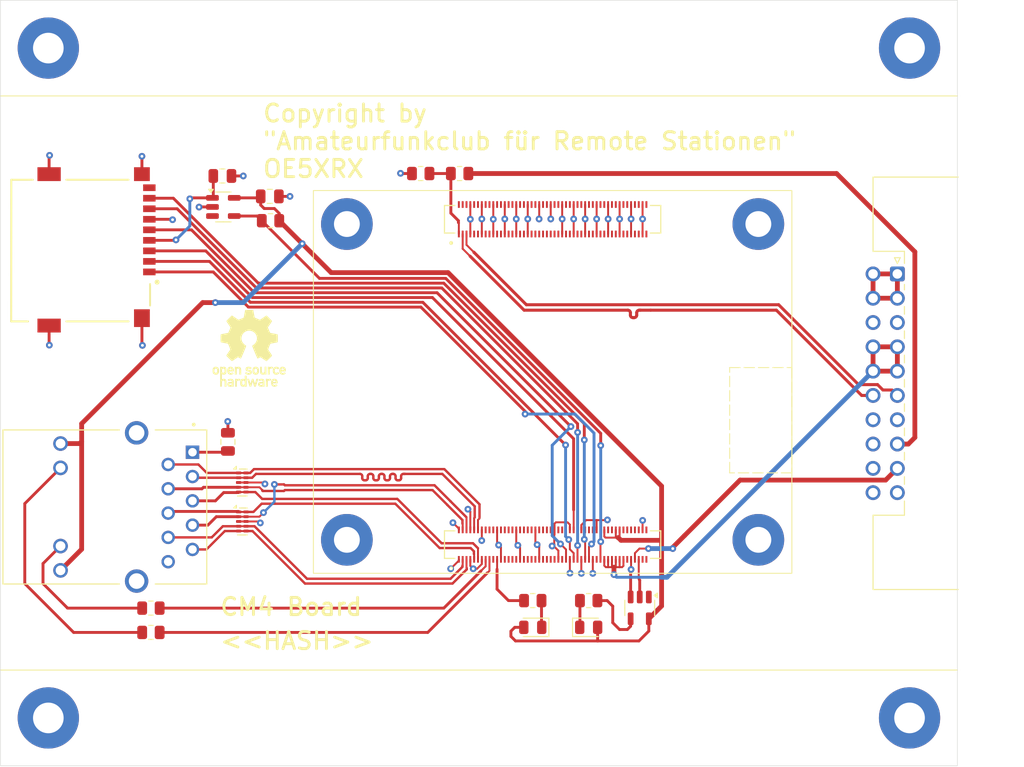
<source format=kicad_pcb>
(kicad_pcb (version 20240108) (generator "pcbnew") (generator_version "8.0")
  (layers (0 "F.Cu" signal) (1 "In1.Cu" power) (2 "In2.Cu" power) (31 "B.Cu" signal) (34 "B.Paste" user) (35 "F.Paste" user) (36 "B.SilkS" user "B.Silkscreen") (37 "F.SilkS" user "F.Silkscreen") (38 "B.Mask" user) (39 "F.Mask" user) (44 "Edge.Cuts" user))
  (net 0 "")
  (net 1 "GND")
  (net 2 "+3V3")
  (net 3 "Net-(U201-Y)")
  (net 4 "/CM4-Board/SD_PWR_ON")
  (net 5 "/MicroSD/SD_PWR")
  (net 6 "Net-(J301-P1)")
  (net 7 "Net-(D201-K)")
  (net 8 "Net-(D202-K)")
  (net 9 "/nRPIBOOT")
  (net 10 "/USB+")
  (net 11 "/USB_OTG_ID")
  (net 12 "/USB-")
  (net 13 "+5V")
  (net 15 "+12V")
  (net 16 "Net-(J301-Pad12)")
  (net 17 "Net-(J301-Pad13)")
  (net 18 "/CM4-Board/LED_nACTIVITY")
  (net 19 "/CM4-Board/USB_OTG")
  (net 20 "/CM4-Board/ETH_GREEN")
  (net 21 "/CM4-Board/ETH_YELLOW")
  (net 22 "/CM4-Board/TRD0-")
  (net 23 "/CM4-Board/TRD2+")
  (net 24 "/CM4-Board/TRD1-")
  (net 25 "/CM4-Board/TRD3+")
  (net 26 "/CM4-Board/TRD3-")
  (net 27 "/CM4-Board/TRD1+")
  (net 28 "/CM4-Board/TRD0+")
  (net 29 "/CM4-Board/TRD2-")
  (net 31 "/CM4-Board/LED_nPWR")
  (net 34 "/CM4-Board/SD_CLK")
  (net 36 "/CM4-Board/SD_DATA0")
  (net 41 "/CM4-Board/SD_DATA1")
  (net 52 "/CM4-Board/SD_CMD")
  (net 60 "/CM4-Board/SD_DATA2")
  (net 84 "/CM4-Board/SD_DATA3")
  (footprint "PRJ:HIROSE_DF40C-100DS-0.4V_51_" (layer "F.Cu") (at 150.922 68.682 180)
    (property "Reference" "J202" (hide yes))
    (property "Value" "DF40C-100DS-0.4V_51_" (hide yes))
  )
  (footprint "MountingHole:MountingHole_3.2mm_M3_Pad" (layer "F.Cu") (at 188.222 50.794)
    (property "Reference" "REF**" (hide yes))
    (property "Value" "MountingHole_3.2mm_M3_Pad" (hide yes))
  )
  (footprint "Resistor_SMD:R_0805_2012Metric" (layer "F.Cu") (at 137.1367 63.9042 180)
    (property "Reference" "R203" (hide yes))
    (property "Value" "2k2" (hide yes))
  )
  (footprint "PRJ:HIROSE_DF40C-100DS-0.4V_51_" (layer "F.Cu") (at 150.922 102.682 180)
    (property "Reference" "J201" (hide yes))
    (property "Value" "DF40C-100DS-0.4V_51_" (hide yes))
  )
  (footprint "PRJ:PCN10C-20S-2.54DS" (layer "F.Cu") (at 186.948 74.394 -90)
    (property "Reference" "J101" (hide yes))
    (property "Value" "Conn_02x10_Row_Letter_First" (hide yes))
  )
  (footprint "MountingHole:MountingHole_2.7mm_M2.5_Pad" (layer "F.Cu") (at 172.422 69.182)
    (property "Reference" "REF**" (hide yes))
    (property "Value" "MountingHole_2.7mm_M2.5_Pad" (hide yes))
  )
  (footprint "Package_SON:USON-10_2.5x1.0mm_P0.5mm" (layer "F.Cu") (at 118.499 100.264)
    (property "Reference" "U301" (hide yes))
    (property "Value" "TPD4EUSB30" (hide yes))
  )
  (footprint "Resistor_SMD:R_0805_2012Metric" (layer "F.Cu") (at 108.9427 109.3194)
    (property "Reference" "R302" (hide yes))
    (property "Value" "470" (hide yes))
  )
  (footprint "Capacitor_SMD:C_0805_2012Metric" (layer "F.Cu") (at 121.3652 66.2918)
    (property "Reference" "C401" (hide yes))
    (property "Value" "100n" (hide yes))
  )
  (footprint "MountingHole:MountingHole_2.7mm_M2.5_Pad" (layer "F.Cu") (at 129.422 102.182)
    (property "Reference" "REF**" (hide yes))
    (property "Value" "MountingHole_2.7mm_M2.5_Pad" (hide yes))
  )
  (footprint "MountingHole:MountingHole_3.2mm_M3_Pad" (layer "F.Cu") (at 98.222 50.794)
    (property "Reference" "REF**" (hide yes))
    (property "Value" "MountingHole_3.2mm_M3_Pad" (hide yes))
  )
  (footprint "Resistor_SMD:R_0805_2012Metric" (layer "F.Cu") (at 141.2007 63.9042 180)
    (property "Reference" "R202" (hide yes))
    (property "Value" "2k2" (hide yes))
  )
  (footprint "MountingHole:MountingHole_2.7mm_M2.5_Pad" (layer "F.Cu") (at 172.422 102.182)
    (property "Reference" "REF**" (hide yes))
    (property "Value" "MountingHole_2.7mm_M2.5_Pad" (hide yes))
  )
  (footprint "PRJ:TF-01A" (layer "F.Cu") (at 101.604 71.956 -90)
    (property "Reference" "MICRO_SD401" (hide yes))
    (property "Value" "TF-01A" (hide yes))
  )
  (footprint "LED_SMD:LED_0805_2012Metric" (layer "F.Cu") (at 154.69 111.326)
    (property "Reference" "D202" (hide yes))
    (property "Value" "LED" (hide yes))
  )
  (footprint "Package_TO_SOT_SMD:SOT-23-5" (layer "F.Cu") (at 160.024 109.294 -90)
    (property "Reference" "U201" (hide yes))
    (property "Value" "SN74LV1T34DBV" (hide yes))
  )
  (footprint "Resistor_SMD:R_0805_2012Metric" (layer "F.Cu") (at 148.848 108.532 180)
    (property "Reference" "R201" (hide yes))
    (property "Value" "1k" (hide yes))
  )
  (footprint "LED_SMD:LED_0805_2012Metric" (layer "F.Cu") (at 148.848 111.326 180)
    (property "Reference" "D201" (hide yes))
    (property "Value" "LED" (hide yes))
  )
  (footprint "PRJ:HANRUN_HR911130A" (layer "F.Cu") (at 104.398 98.748 90)
    (property "Reference" "J301" (hide yes))
    (property "Value" "HR911130A" (hide yes))
  )
  (footprint "MountingHole:MountingHole_2.7mm_M2.5_Pad" (layer "F.Cu") (at 129.422 69.182)
    (property "Reference" "REF**" (hide yes))
    (property "Value" "MountingHole_2.7mm_M2.5_Pad" (hide yes))
  )
  (footprint "Package_SON:USON-10_2.5x1.0mm_P0.5mm" (layer "F.Cu") (at 118.491 96.192)
    (property "Reference" "U302" (hide yes))
    (property "Value" "TPD4EUSB30" (hide yes))
  )
  (footprint "Symbol:OSHW-Logo_7.5x8mm_SilkScreen" (layer "F.Cu") (at 119.2062 82.1668)
    (property "Reference" "#SYM101" (hide yes))
    (property "Value" "OSHW-Logo_7.5x8mm_SilkScreen" (hide yes))
  )
  (footprint "Resistor_SMD:R_0805_2012Metric" (layer "F.Cu") (at 121.4414 68.8318 180)
    (property "Reference" "R401" (hide yes))
    (property "Value" "12k" (hide yes))
  )
  (footprint "Resistor_SMD:R_0805_2012Metric" (layer "F.Cu") (at 108.9427 111.8594 180)
    (property "Reference" "R301" (hide yes))
    (property "Value" "470" (hide yes))
  )
  (footprint "MountingHole:MountingHole_3.2mm_M3_Pad" (layer "F.Cu") (at 188.222 120.794)
    (property "Reference" "REF**" (hide yes))
    (property "Value" "MountingHole_3.2mm_M3_Pad" (hide yes))
  )
  (footprint "Capacitor_SMD:C_0805_2012Metric" (layer "F.Cu") (at 116.99 91.946 -90)
    (property "Reference" "C301" (hide yes))
    (property "Value" "100n" (hide yes))
  )
  (footprint "MountingHole:MountingHole_3.2mm_M3_Pad" (layer "F.Cu") (at 98.222 120.794)
    (property "Reference" "REF**" (hide yes))
    (property "Value" "MountingHole_3.2mm_M3_Pad" (hide yes))
  )
  (footprint "Package_TO_SOT_SMD:TSOT-23-5" (layer "F.Cu") (at 116.5138 67.3953)
    (property "Reference" "U401" (hide yes))
    (property "Value" "RT9742GGJ5" (hide yes))
  )
  (footprint "Capacitor_SMD:C_0805_2012Metric" (layer "F.Cu") (at 116.4122 64.1582)
    (property "Reference" "C402" (hide yes))
    (property "Value" "100n" (hide yes))
  )
  (footprint "Resistor_SMD:R_0805_2012Metric" (layer "F.Cu") (at 154.69 108.532)
    (property "Reference" "R204" (hide yes))
    (property "Value" "1k" (hide yes))
  )
  (gr_rect (start 169.422 84.182) (end 175.922 95.182) (stroke (width 0.1) (type dash)) (fill solid) (layer "F.SilkS"))
  (gr_line (start 93.222 115.794) (end 193.222 115.794) (stroke (width 0.1)) (layer "F.SilkS"))
  (gr_line (start 93.222 55.794) (end 193.222 55.794) (stroke (width 0.1)) (layer "F.SilkS"))
  (gr_rect (start 125.922 65.682) (end 175.922 105.682) (stroke (width 0.1)) (fill none) (layer "F.SilkS"))
  (gr_rect (start 93.222 45.794) (end 193.222 125.794) (stroke (width 0.05)) (fill none) (layer "Edge.Cuts"))
  (gr_text "Copyright by\n{dblquote}Amateurfunkclub für Remote Stationen{dblquote}\nOE5XRX" (at 120.5016 64.463 0) (layer "F.SilkS") (effects (font (size 1.8 1.8) (thickness 0.3) (bold yes)) (justify left bottom)))
  (gr_text "<<HASH>>" (at 116.0312 113.7898 0) (layer "F.SilkS") (effects (font (size 1.8 1.8) (thickness 0.3) (bold yes)) (justify left bottom)))
  (gr_text "CM4 Board" (at 116.0312 110.2338 0) (layer "F.SilkS") (effects (font (size 1.8 1.8) (thickness 0.3) (bold yes)) (justify left bottom)))
  (segment (start 155.5282 100.1246) (end 155.8894 100.1246) (width 0.2) (layer "F.Cu") (net 1))
  (segment (start 98.304 63.9674) (end 98.304 62.048) (width 0.3) (layer "F.Cu") (net 1))
  (segment (start 151.0936 102.883039) (end 151.0936 102.6646) (width 0.2) (layer "F.Cu") (net 1))
  (segment (start 159.122 105.2808) (end 159.122 104.222) (width 0.2) (layer "F.Cu") (net 1))
  (segment (start 152.722 105.6496) (end 152.7342 105.6618) (width 0.2) (layer "F.Cu") (net 1))
  (segment (start 147.522 104.222) (end 147.522 102.9896) (width 0.2) (layer "F.Cu") (net 1))
  (segment (start 149.522 104.222) (end 149.522 102.9068) (width 0.2) (layer "F.Cu") (net 1))
  (segment (start 160.322 101.142) (end 160.322 100.1568) (width 0.2) (layer "F.Cu") (net 1))
  (segment (start 108.004 63.9674) (end 108.004 62.1016) (width 0.3) (layer "F.Cu") (net 1))
  (segment (start 143.522 101.142) (end 143.522 102.2502) (width 0.2) (layer "F.Cu") (net 1))
  (segment (start 108.004 79.0172) (end 108.004 81.8104) (width 0.3) (layer "F.Cu") (net 1))
  (segment (start 111.1608 68.6858) (end 111.2052 68.7302) (width 0.3) (layer "F.Cu") (net 1))
  (segment (start 149.522 68.6404) (end 149.5084 68.654) (width 0.2) (layer "F.Cu") (net 1))
  (segment (start 155.522 67.142) (end 155.522 70.222) (width 0.2) (layer "F.Cu") (net 1))
  (segment (start 154.322 67.142) (end 154.322 70.222) (width 0.2) (layer "F.Cu") (net 1))
  (segment (start 149.522 67.142) (end 149.522 68.6404) (width 0.2) (layer "F.Cu") (net 1))
  (segment (start 160.322 100.1568) (end 160.3288 100.15) (width 0.2) (layer "F.Cu") (net 1))
  (segment (start 151.2608 100.3532) (end 151.122 100.492) (width 0.2) (layer "F.Cu") (net 1))
  (segment (start 151.522 104.222) (end 151.522 103.311439) (width 0.2) (layer "F.Cu") (net 1))
  (segment (start 155.522 100.1308) (end 155.5282 100.1246) (width 0.2) (layer "F.Cu") (net 1))
  (segment (start 147.122 102.5896) (end 147.122 101.142) (width 0.2) (layer "F.Cu") (net 1))
  (segment (start 118.876 96.192) (end 120.7072 96.192) (width 0.2) (layer "F.Cu") (net 1))
  (segment (start 143.522 70.222) (end 143.522 67.142) (width 0.2) (layer "F.Cu") (net 1))
  (segment (start 150.722 67.142) (end 150.722 68.6484) (width 0.2) (layer "F.Cu") (net 1))
  (segment (start 153.922 105.6812) (end 153.928 105.6872) (width 0.2) (layer "F.Cu") (net 1))
  (segment (start 143.030004 105.2046) (end 142.625 105.2046) (width 0.2) (layer "F.Cu") (net 1))
  (segment (start 108.7778 68.6858) (end 111.1608 68.6858) (width 0.3) (layer "F.Cu") (net 1))
  (segment (start 113.9879 67.3953) (end 113.9738 67.4094) (width 0.3) (layer "F.Cu") (net 1))
  (segment (start 141.122 104.35276) (end 140.26648 105.20828) (width 0.2) (layer "F.Cu") (net 1))
  (segment (start 141.122 101.142) (end 141.122 101.01124) (width 0.2) (layer "F.Cu") (net 1))
  (segment (start 151.0936 101.6382) (end 151.122 101.6098) (width 0.2) (layer "F.Cu") (net 1))
  (segment (start 142.322 67.142) (end 142.322 70.222) (width 0.2) (layer "F.Cu") (net 1))
  (segment (start 98.304 62.048) (end 98.3528 61.9992) (width 0.3) (layer "F.Cu") (net 1))
  (segment (start 108.004 81.8104) (end 108.0556 81.862) (width 0.3) (layer "F.Cu") (net 1))
  (segment (start 98.304 81.8132) (end 98.3274 81.8366) (width 0.3) (layer "F.Cu") (net 1))
  (segment (start 144.722 67.142) (end 144.722 70.222) (width 0.2) (layer "F.Cu") (net 1))
  (segment (start 147.522 102.9896) (end 147.122 102.5896) (width 0.2) (layer "F.Cu") (net 1))
  (segment (start 147.122 70.222) (end 147.122 67.142) (width 0.2) (layer "F.Cu") (net 1))
  (segment (start 115.3763 67.3953) (end 113.9879 67.3953) (width 0.3) (layer "F.Cu") (net 1))
  (segment (start 118.884 100.264) (end 118.114 100.264) (width 0.2) (layer "F.Cu") (net 1))
  (segment (start 150.722 68.6484) (end 150.7276 68.654) (width 0.2) (layer "F.Cu") (net 1))
  (segment (start 155.8894 100.1246) (end 156.6234 100.1246) (width 0.2) (layer "F.Cu") (net 1))
  (segment (start 145.522 104.222) (end 145.522 102.9708) (width 0.2) (layer "F.Cu") (net 1))
  (segment (start 98.304 79.7922) (end 98.304 81.8132) (width 0.3) (layer "F.Cu") (net 1))
  (segment (start 159.074 105.3288) (end 159.122 105.2808) (width 0.3) (layer "F.Cu") (net 1))
  (segment (start 122.3152 66.2918) (end 123.4734 66.2918) (width 0.3) (layer "F.Cu") (net 1))
  (segment (start 155.522 101.142) (end 155.522 100.1308) (width 0.2) (layer "F.Cu") (net 1))
  (segment (start 108.004 62.1016) (end 108.0048 62.1008) (width 0.3) (layer "F.Cu") (net 1))
  (segment (start 135.0539 63.9042) (end 135.0285 63.8788) (width 0.3) (layer "F.Cu") (net 1))
  (segment (start 152.722 101.142) (end 152.722 100.592) (width 0.2) (layer "F.Cu") (net 1))
  (segment (start 153.922 101.142) (end 153.922 100.6326) (width 0.2) (layer "F.Cu") (net 1))
  (segment (start 159.074 108.1565) (end 159.074 105.3288) (width 0.3) (layer "F.Cu") (net 1))
  (segment (start 151.033727 102.6646) (end 150.86963 102.828697) (width 0.2) (layer "F.Cu") (net 1))
  (segment (start 152.722 100.592) (end 152.4832 100.3532) (width 0.2) (layer "F.Cu") (net 1))
  (segment (start 151.122 100.492) (end 151.122 101.142) (width 0.2) (layer "F.Cu") (net 1))
  (segment (start 149.522 102.9068) (end 149.122 102.5068) (width 0.2) (layer "F.Cu") (net 1))
  (segment (start 153.922 104.222) (end 153.922 105.6812) (width 0.2) (layer "F.Cu") (net 1))
  (segment (start 151.922 70.222) (end 151.922 67.142) (width 0.2) (layer "F.Cu") (net 1))
  (segment (start 116.99 89.8312) (end 116.971 89.8122) (width 0.3) (layer "F.Cu") (net 1))
  (segment (start 141.122 101.01124) (end 140.50308 100.39232) (width 0.2) (layer "F.Cu") (net 1))
  (segment (start 151.0936 102.6646) (end 151.0936 101.6382) (width 0.2) (layer "F.Cu") (net 1))
  (segment (start 153.922 100.6326) (end 154.43 100.1246) (width 0.2) (layer "F.Cu") (net 1))
  (segment (start 142.322 101.142) (end 142.322 99.232561) (width 0.2) (layer "F.Cu") (net 1))
  (segment (start 151.0936 102.6646) (end 151.033727 102.6646) (width 0.2) (layer "F.Cu") (net 1))
  (segment (start 142.322 99.232561) (end 142.072001 98.982562) (width 0.2) (layer "F.Cu") (net 1))
  (segment (start 142.322 104.222) (end 142.322 104.9016) (width 0.2) (layer "F.Cu") (net 1))
  (segment (start 116.99 90.996) (end 116.99 89.8312) (width 0.3) (layer "F.Cu") (net 1))
  (segment (start 156.6234 100.1246) (end 156.6488 100.0992) (width 0.2) (layer "F.Cu") (net 1))
  (segment (start 118.106 96.192) (end 118.876 96.192) (width 0.2) (layer "F.Cu") (net 1))
  (segment (start 157.922 67.142) (end 157.922 70.222) (width 0.2) (layer "F.Cu") (net 1))
  (segment (start 159.122 67.142) (end 159.122 70.222) (width 0.2) (layer "F.Cu") (net 1))
  (segment (start 142.322 104.9016) (end 142.625 105.2046) (width 0.2) (layer "F.Cu") (net 1))
  (segment (start 117.3622 64.1582) (end 118.5966 64.1582) (width 0.3) (layer "F.Cu") (net 1))
  (segment (start 153.122 67.142) (end 153.122 70.222) (width 0.2) (layer "F.Cu") (net 1))
  (segment (start 154.43 100.1246) (end 155.5282 100.1246) (width 0.2) (layer "F.Cu") (net 1))
  (segment (start 141.122 104.222) (end 141.122 104.35276) (width 0.2) (layer "F.Cu") (net 1))
  (segment (start 143.522 104.712604) (end 143.030004 105.2046) (width 0.2) (layer "F.Cu") (net 1))
  (segment (start 148.322 67.142) (end 148.322 70.222) (width 0.2) (layer "F.Cu") (net 1))
  (segment (start 155.122 104.222) (end 155.122 105.687) (width 0.2) (layer "F.Cu") (net 1))
  (segment (start 145.922 67.142) (end 145.922 70.222) (width 0.2) (layer "F.Cu") (net 1))
  (segment (start 118.884 100.264) (end 120.2246 100.264) (width 0.2) (layer "F.Cu") (net 1))
  (segment (start 156.722 67.142) (end 156.722 70.222) (width 0.2) (layer "F.Cu") (net 1))
  (segment (start 151.522 103.311439) (end 151.0936 102.883039) (width 0.2) (layer "F.Cu") (net 1))
  (segment (start 152.722 104.222) (end 152.722 105.6496) (width 0.2) (layer "F.Cu") (net 1))
  (segment (start 136.2242 63.9042) (end 135.0539 63.9042) (width 0.3) (layer "F.Cu") (net 1))
  (segment (start 151.122 101.6098) (end 151.122 101.142) (width 0.2) (layer "F.Cu") (net 1))
  (segment (start 145.122 102.5708) (end 145.122 101.142) (width 0.2) (layer "F.Cu") (net 1))
  (segment (start 120.2246 100.264) (end 120.3746 100.414) (width 0.2) (layer "F.Cu") (net 1))
  (segment (start 143.522 104.222) (end 143.522 104.712604) (width 0.2) (layer "F.Cu") (net 1))
  (segment (start 145.522 102.9708) (end 145.122 102.5708) (width 0.2) (layer "F.Cu") (net 1))
  (segment (start 120.7072 96.192) (end 120.8572 96.342) (width 0.2) (layer "F.Cu") (net 1))
  (segment (start 152.4832 100.3532) (end 151.2608 100.3532) (width 0.2) (layer "F.Cu") (net 1))
  (segment (start 160.322 67.142) (end 160.322 70.222) (width 0.2) (layer "F.Cu") (net 1))
  (segment (start 149.122 102.5068) (end 149.122 101.142) (width 0.2) (layer "F.Cu") (net 1))
  (segment (start 155.122 105.687) (end 155.1218 105.6872) (width 0.2) (layer "F.Cu") (net 1))
  (segment (start 143.522 102.2502) (end 143.514 102.2582) (width 0.2) (layer "F.Cu") (net 1))
  (via (at 147.122 68.654) (size 0.7) (drill 0.3) (layers "F.Cu" "B.Cu") (net 1))
  (via (at 156.722 68.654) (size 0.7) (drill 0.3) (layers "F.Cu" "B.Cu") (net 1))
  (via (at 156.6488 100.0992) (size 0.7) (drill 0.3) (layers "F.Cu" "B.Cu") (net 1))
  (via (at 116.971 89.8122) (size 0.7) (drill 0.3) (layers "F.Cu" "B.Cu") (net 1))
  (via (at 108.0048 62.1008) (size 0.7) (drill 0.3) (layers "F.Cu" "B.Cu") (net 1))
  (via (at 154.322 68.654) (size 0.7) (drill 0.3) (layers "F.Cu" "B.Cu") (net 1))
  (via (at 145.922 68.654) (size 0.7) (drill 0.3) (layers "F.Cu" "B.Cu") (net 1))
  (via (at 120.3746 100.414) (size 0.7) (drill 0.3) (layers "F.Cu" "B.Cu") (net 1))
  (via (at 149.3052 102.69) (size 0.7) (drill 0.3) (layers "F.Cu" "B.Cu") (net 1))
  (via (at 159.122 68.654) (size 0.7) (drill 0.3) (layers "F.Cu" "B.Cu") (net 1))
  (via (at 149.5084 68.654) (size 0.7) (drill 0.3) (layers "F.Cu" "B.Cu") (net 1))
  (via (at 98.3528 61.9992) (size 0.7) (drill 0.3) (layers "F.Cu" "B.Cu") (net 1))
  (via (at 160.322 68.654) (size 0.7) (drill 0.3) (layers "F.Cu" "B.Cu") (net 1))
  (via (at 153.928 105.6872) (size 0.7) (drill 0.3) (layers "F.Cu" "B.Cu") (net 1))
  (via (at 143.522 68.654) (size 0.7) (drill 0.3) (layers "F.Cu" "B.Cu") (net 1))
  (via (at 147.2859 102.7535) (size 0.7) (drill 0.3) (layers "F.Cu" "B.Cu") (net 1))
  (via (at 143.514 102.2582) (size 0.7) (drill 0.3) (layers "F.Cu" "B.Cu") (net 1))
  (via (at 153.122 68.654) (size 0.7) (drill 0.3) (layers "F.Cu" "B.Cu") (net 1))
  (via (at 148.322 68.654) (size 0.7) (drill 0.3) (layers "F.Cu" "B.Cu") (net 1))
  (via (at 113.9738 67.4094) (size 0.7) (drill 0.3) (layers "F.Cu" "B.Cu") (net 1))
  (via (at 155.1218 105.6872) (size 0.7) (drill 0.3) (layers "F.Cu" "B.Cu") (net 1))
  (via (at 142.625 105.2046) (size 0.7) (drill 0.3) (layers "F.Cu" "B.Cu") (net 1))
  (via (at 157.922 68.654) (size 0.7) (drill 0.3) (layers "F.Cu" "B.Cu") (net 1))
  (via (at 150.86963 102.828697) (size 0.7) (drill 0.3) (layers "F.Cu" "B.Cu") (net 1))
  (via (at 140.26648 105.20828) (size 0.7) (drill 0.3) (layers "F.Cu" "B.Cu") (net 1))
  (via (at 152.7342 105.6618) (size 0.7) (drill 0.3) (layers "F.Cu" "B.Cu") (net 1))
  (via (at 98.3274 81.8366) (size 0.7) (drill 0.3) (layers "F.Cu" "B.Cu") (net 1))
  (via (at 142.072001 98.982562) (size 0.7) (drill 0.3) (layers "F.Cu" "B.Cu") (net 1))
  (via (at 159.122 105.2808) (size 0.7) (drill 0.3) (layers "F.Cu" "B.Cu") (net 1))
  (via (at 155.522 68.654) (size 0.7) (drill 0.3) (layers "F.Cu" "B.Cu") (net 1))
  (via (at 135.0285 63.8788) (size 0.7) (drill 0.3) (layers "F.Cu" "B.Cu") (net 1))
  (via (at 144.722 68.6794) (size 0.7) (drill 0.3) (layers "F.Cu" "B.Cu") (net 1))
  (via (at 111.2052 68.7302) (size 0.7) (drill 0.3) (layers "F.Cu" "B.Cu") (net 1))
  (via (at 151.922 68.654) (size 0.7) (drill 0.3) (layers "F.Cu" "B.Cu") (net 1))
  (via (at 140.50308 100.39232) (size 0.7) (drill 0.3) (layers "F.Cu" "B.Cu") (net 1))
  (via (at 118.5966 64.1582) (size 0.7) (drill 0.3) (layers "F.Cu" "B.Cu") (net 1))
  (via (at 108.0556 81.862) (size 0.7) (drill 0.3) (layers "F.Cu" "B.Cu") (net 1))
  (via (at 123.4734 66.2918) (size 0.7) (drill 0.3) (layers "F.Cu" "B.Cu") (net 1))
  (via (at 142.322 68.6794) (size 0.7) (drill 0.3) (layers "F.Cu" "B.Cu") (net 1))
  (via (at 145.2793 102.7281) (size 0.7) (drill 0.3) (layers "F.Cu" "B.Cu") (net 1))
  (via (at 160.3288 100.15) (size 0.7) (drill 0.3) (layers "F.Cu" "B.Cu") (net 1))
  (via (at 120.8572 96.342) (size 0.7) (drill 0.3) (layers "F.Cu" "B.Cu") (net 1))
  (via (at 150.7276 68.654) (size 0.7) (drill 0.3) (layers "F.Cu" "B.Cu") (net 1))
  (segment (start 146.562 111.7324) (end 146.562 112.2658) (width 0.3) (layer "F.Cu") (net 2))
  (segment (start 157.5094 101.9534) (end 156.446711 101.9534) (width 0.2) (layer "F.Cu") (net 2))
  (segment (start 120.2617 66.4453) (end 120.4152 66.2918) (width 0.3) (layer "F.Cu") (net 2))
  (segment (start 157.522 101.142) (end 157.522 101.9408) (width 0.2) (layer "F.Cu") (net 2))
  (segment (start 122.3539 68.0679) (end 121.8478 67.5618) (width 0.3) (layer "F.Cu") (net 2))
  (segment (start 157.7606 101.9534) (end 157.7888 101.9534) (width 0.5) (layer "F.Cu") (net 2))
  (segment (start 156.322 101.828689) (end 156.322 101.142) (width 0.2) (layer "F.Cu") (net 2))
  (segment (start 114.3548 77.3916) (end 115.6756 77.3916) (width 0.5) (layer "F.Cu") (net 2))
  (segment (start 157.922 101.142) (end 157.922 101.792) (width 0.2) (layer "F.Cu") (net 2))
  (segment (start 155.6275 112.7461) (end 155.6298 112.7484) (width 0.3) (layer "F.Cu") (net 2))
  (segment (start 158.0682 102.2328) (end 162.31 102.2328) (width 0.5) (layer "F.Cu") (net 2))
  (segment (start 160.974 111.7172) (end 160.974 110.4315) (width 0.3) (layer "F.Cu") (net 2))
  (segment (start 99.498 92.123) (end 101.503 92.123) (width 0.5) (layer "F.Cu") (net 2))
  (segment (start 160.974 110.4315) (end 162.31 109.0955) (width 0.5) (layer "F.Cu") (net 2))
  (segment (start 157.7606 101.9534) (end 157.5094 101.9534) (width 0.2) (layer "F.Cu") (net 2))
  (segment (start 162.31 102.2328) (end 162.31 96.57011) (width 0.5) (layer "F.Cu") (net 2))
  (segment (start 140.00029 74.2604) (end 127.7825 74.2604) (width 0.5) (layer "F.Cu") (net 2))
  (segment (start 157.7888 101.9534) (end 158.0682 102.2328) (width 0.5) (layer "F.Cu") (net 2))
  (segment (start 101.503 92.123) (end 101.7056 91.9204) (width 0.5) (layer "F.Cu") (net 2))
  (segment (start 101.7056 91.9204) (end 101.7056 90.0408) (width 0.5) (layer "F.Cu") (net 2))
  (segment (start 120.781 67.5618) (end 121.8478 67.5618) (width 0.3) (layer "F.Cu") (net 2))
  (segment (start 101.7056 103.1654) (end 101.7056 91.9204) (width 0.5) (layer "F.Cu") (net 2))
  (segment (start 155.6275 111.326) (end 155.6275 112.7461) (width 0.3) (layer "F.Cu") (net 2))
  (segment (start 146.562 112.2658) (end 147.0446 112.7484) (width 0.3) (layer "F.Cu") (net 2))
  (segment (start 101.7056 90.0408) (end 114.3548 77.3916) (width 0.5) (layer "F.Cu") (net 2))
  (segment (start 120.4152 66.2918) (end 120.4152 67.196) (width 0.3) (layer "F.Cu") (net 2))
  (segment (start 99.498 105.373) (end 101.7056 103.1654) (width 0.5) (layer "F.Cu") (net 2))
  (segment (start 117.6513 66.4453) (end 120.2617 66.4453) (width 0.3) (layer "F.Cu") (net 2))
  (segment (start 155.6298 112.7484) (end 159.9428 112.7484) (width 0.3) (layer "F.Cu") (net 2))
  (segment (start 122.3539 68.8318) (end 122.3539 68.0679) (width 0.3) (layer "F.Cu") (net 2))
  (segment (start 156.446711 101.9534) (end 156.322 101.828689) (width 0.2) (layer "F.Cu") (net 2))
  (segment (start 162.31 96.57011) (end 140.00029 74.2604) (width 0.5) (layer "F.Cu") (net 2))
  (segment (start 120.4152 67.196) (end 120.781 67.5618) (width 0.3) (layer "F.Cu") (net 2))
  (segment (start 159.9428 112.7484) (end 160.974 111.7172) (width 0.3) (layer "F.Cu") (net 2))
  (segment (start 162.31 109.0955) (end 162.31 102.2328) (width 0.5) (layer "F.Cu") (net 2))
  (segment (start 146.9684 111.326) (end 146.562 111.7324) (width 0.3) (layer "F.Cu") (net 2))
  (segment (start 157.522 101.9408) (end 157.5094 101.9534) (width 0.2) (layer "F.Cu") (net 2))
  (segment (start 147.0446 112.7484) (end 155.6298 112.7484) (width 0.3) (layer "F.Cu") (net 2))
  (segment (start 147.9105 111.326) (end 146.9684 111.326) (width 0.3) (layer "F.Cu") (net 2))
  (segment (start 124.75515 71.23305) (end 122.3539 68.8318) (width 0.5) (layer "F.Cu") (net 2))
  (segment (start 127.7825 74.2604) (end 124.75515 71.23305) (width 0.5) (layer "F.Cu") (net 2))
  (via (at 115.6756 77.3916) (size 0.7) (drill 0.3) (layers "F.Cu" "B.Cu") (net 2))
  (via (at 124.75515 71.23305) (size 0.7) (drill 0.3) (layers "F.Cu" "B.Cu") (net 2))
  (segment (start 115.6756 77.3916) (end 118.5966 77.3916) (width 0.5) (layer "B.Cu") (net 2))
  (segment (start 118.5966 77.3916) (end 124.75515 71.23305) (width 0.5) (layer "B.Cu") (net 2))
  (segment (start 159.074 110.4315) (end 159.074 111.2092) (width 0.3) (layer "F.Cu") (net 3))
  (segment (start 156.6204 108.532) (end 155.6025 108.532) (width 0.3) (layer "F.Cu") (net 3))
  (segment (start 157.9158 111.5546) (end 157.2046 110.8434) (width 0.3) (layer "F.Cu") (net 3))
  (segment (start 159.074 111.2092) (end 158.7286 111.5546) (width 0.3) (layer "F.Cu") (net 3))
  (segment (start 158.7286 111.5546) (end 157.9158 111.5546) (width 0.3) (layer "F.Cu") (net 3))
  (segment (start 157.2046 109.1162) (end 156.6204 108.532) (width 0.3) (layer "F.Cu") (net 3))
  (segment (start 157.2046 110.8434) (end 157.2046 109.1162) (width 0.3) (layer "F.Cu") (net 3))
  (segment (start 120.0424 68.3453) (end 120.5289 68.8318) (width 0.3) (layer "F.Cu") (net 4))
  (segment (start 151.521781 86.630419) (end 155.9488 91.057438) (width 0.3) (layer "F.Cu") (net 4))
  (segment (start 120.5289 68.8318) (end 126.5575 74.8604) (width 0.3) (layer "F.Cu") (net 4))
  (segment (start 139.751762 74.8604) (end 151.521781 86.630419) (width 0.3) (layer "F.Cu") (net 4))
  (segment (start 155.9488 91.057438) (end 155.9488 92.3268) (width 0.3) (layer "F.Cu") (net 4))
  (segment (start 155.922 102.401258) (end 155.922 104.222) (width 0.2) (layer "F.Cu") (net 4))
  (segment (start 117.6513 68.3453) (end 120.0424 68.3453) (width 0.3) (layer "F.Cu") (net 4))
  (segment (start 126.5575 74.8604) (end 139.751762 74.8604) (width 0.3) (layer "F.Cu") (net 4))
  (segment (start 155.948665 102.374593) (end 155.922 102.401258) (width 0.2) (layer "F.Cu") (net 4))
  (via (at 155.9488 92.3268) (size 0.7) (drill 0.3) (layers "F.Cu" "B.Cu") (net 4))
  (via (at 155.948665 102.374593) (size 0.7) (drill 0.3) (layers "F.Cu" "B.Cu") (net 4))
  (segment (start 155.9488 92.3268) (end 155.9488 102.374458) (width 0.3) (layer "B.Cu") (net 4))
  (segment (start 155.9488 102.374458) (end 155.948665 102.374593) (width 0.3) (layer "B.Cu") (net 4))
  (segment (start 113.1091 66.4453) (end 115.3763 66.4453) (width 0.3) (layer "F.Cu") (net 5))
  (segment (start 115.4622 64.1582) (end 115.4622 66.3594) (width 0.3) (layer "F.Cu") (net 5))
  (segment (start 111.5134 70.8858) (end 111.5608 70.8384) (width 0.3) (layer "F.Cu") (net 5))
  (segment (start 108.7778 70.8858) (end 111.5134 70.8858) (width 0.3) (layer "F.Cu") (net 5))
  (segment (start 115.4622 66.3594) (end 115.3763 66.4453) (width 0.3) (layer "F.Cu") (net 5))
  (segment (start 113.0086 66.5458) (end 113.1091 66.4453) (width 0.3) (layer "F.Cu") (net 5))
  (via (at 111.5608 70.8384) (size 0.7) (drill 0.3) (layers "F.Cu" "B.Cu") (net 5))
  (via (at 113.0086 66.5458) (size 0.7) (drill 0.3) (layers "F.Cu" "B.Cu") (net 5))
  (segment (start 113.0086 69.3906) (end 111.5608 70.8384) (width 0.3) (layer "B.Cu") (net 5))
  (segment (start 113.0086 66.5458) (end 113.0086 69.3906) (width 0.3) (layer "B.Cu") (net 5))
  (segment (start 113.288 93.028) (end 116.858 93.028) (width 0.3) (layer "F.Cu") (net 6))
  (segment (start 116.858 93.028) (end 116.99 92.896) (width 0.3) (layer "F.Cu") (net 6))
  (segment (start 149.7605 111.301) (end 149.7855 111.326) (width 0.3) (layer "F.Cu") (net 7))
  (segment (start 149.7605 108.532) (end 149.7605 111.301) (width 0.3) (layer "F.Cu") (net 7))
  (segment (start 153.7775 108.532) (end 153.7775 111.301) (width 0.3) (layer "F.Cu") (net 8))
  (segment (start 153.7775 111.301) (end 153.7525 111.326) (width 0.3) (layer "F.Cu") (net 8))
  (segment (start 159.522 103.572) (end 159.522 104.222) (width 0.2) (layer "F.Cu") (net 9))
  (segment (start 163.4784 102.9694) (end 163.4784 103.0964) (width 0.5) (layer "F.Cu") (net 9))
  (segment (start 185.723 95.939) (end 170.5088 95.939) (width 0.5) (layer "F.Cu") (net 9))
  (segment (start 164.6976 101.7502) (end 163.4784 102.9694) (width 0.5) (layer "F.Cu") (net 9))
  (segment (start 159.9976 103.0964) (end 159.522 103.572) (width 0.2) (layer "F.Cu") (net 9))
  (segment (start 170.5088 95.939) (end 164.6976 101.7502) (width 0.5) (layer "F.Cu") (net 9))
  (segment (start 160.9384 103.0964) (end 159.9976 103.0964) (width 0.2) (layer "F.Cu") (net 9))
  (segment (start 186.948 94.714) (end 185.723 95.939) (width 0.5) (layer "F.Cu") (net 9))
  (via (at 163.4784 103.0964) (size 0.7) (drill 0.3) (layers "F.Cu" "B.Cu") (net 9))
  (via (at 160.9384 103.0964) (size 0.7) (drill 0.3) (layers "F.Cu" "B.Cu") (net 9))
  (segment (start 163.4784 103.0964) (end 160.9384 103.0964) (width 0.5) (layer "B.Cu") (net 9))
  (segment (start 174.543742 77.614866) (end 148.178542 77.614866) (width 0.315468) (layer "F.Cu") (net 10))
  (segment (start 141.922 71.3546) (end 141.922 70.222) (width 0.2) (layer "F.Cu") (net 10))
  (segment (start 142.699338 72.135662) (end 142.699338 72.131938) (width 0.315468) (layer "F.Cu") (net 10))
  (segment (start 148.178542 77.614866) (end 142.699338 72.135662) (width 0.315468) (layer "F.Cu") (net 10))
  (segment (start 185.44046 86.524532) (end 184.877194 85.961266) (width 0.315468) (layer "F.Cu") (net 10))
  (segment (start 182.890142 85.961266) (end 174.543742 77.614866) (width 0.315468) (layer "F.Cu") (net 10))
  (segment (start 184.877194 85.961266) (end 182.890142 85.961266) (width 0.315468) (layer "F.Cu") (net 10))
  (segment (start 186.948 87.094) (end 186.378532 86.524532) (width 0.315468) (layer "F.Cu") (net 10))
  (segment (start 186.948 87.094) (end 186.498 86.644) (width 0.2) (layer "F.Cu") (net 10))
  (segment (start 142.699338 72.131938) (end 141.922 71.3546) (width 0.2) (layer "F.Cu") (net 10))
  (segment (start 186.378532 86.524532) (end 185.44046 86.524532) (width 0.315468) (layer "F.Cu") (net 10))
  (segment (start 188.7768 91.4886) (end 188.7768 72.083) (width 0.5) (layer "F.Cu") (net 11))
  (segment (start 186.948 92.174) (end 188.0914 92.174) (width 0.5) (layer "F.Cu") (net 11))
  (segment (start 142.1132 63.9042) (end 180.598 63.9042) (width 0.5) (layer "F.Cu") (net 11))
  (segment (start 188.0914 92.174) (end 188.7768 91.4886) (width 0.5) (layer "F.Cu") (net 11))
  (segment (start 180.598 63.9042) (end 188.7768 72.083) (width 0.5) (layer "F.Cu") (net 11))
  (segment (start 183.217524 87.094) (end 184.408 87.094) (width 0.315468) (layer "F.Cu") (net 12))
  (segment (start 159.313283 78.964334) (end 159.445283 78.964334) (width 0.315468) (layer "F.Cu") (net 12))
  (segment (start 147.942658 78.184334) (end 158.785283 78.184334) (width 0.315468) (layer "F.Cu") (net 12))
  (segment (start 160.105283 78.184334) (end 161.167 78.184334) (width 0.315468) (layer "F.Cu") (net 12))
  (segment (start 161.167 78.184334) (end 174.307858 78.184334) (width 0.315468) (layer "F.Cu") (net 12))
  (segment (start 142.296662 72.538338) (end 147.942658 78.184334) (width 0.315468) (layer "F.Cu") (net 12))
  (segment (start 174.307858 78.184334) (end 183.217524 87.094) (width 0.315468) (layer "F.Cu") (net 12))
  (segment (start 159.049283 78.448334) (end 159.049283 78.700334) (width 0.315468) (layer "F.Cu") (net 12))
  (segment (start 159.973283 78.184334) (end 160.105283 78.184334) (width 0.315468) (layer "F.Cu") (net 12))
  (segment (start 142.296662 72.538338) (end 141.522 71.763676) (width 0.2) (layer "F.Cu") (net 12))
  (segment (start 159.709283 78.700334) (end 159.709283 78.448334) (width 0.315468) (layer "F.Cu") (net 12))
  (segment (start 141.522 71.763676) (end 141.522 70.222) (width 0.2) (layer "F.Cu") (net 12))
  (arc (start 159.709283 78.448334) (mid 159.786607 78.261658) (end 159.973283 78.184334) (width 0.315468) (layer "F.Cu") (net 12))
  (arc (start 159.049283 78.700334) (mid 159.126607 78.88701) (end 159.313283 78.964334) (width 0.315468) (layer "F.Cu") (net 12))
  (arc (start 158.785283 78.184334) (mid 158.971959 78.261658) (end 159.049283 78.448334) (width 0.315468) (layer "F.Cu") (net 12))
  (arc (start 159.445283 78.964334) (mid 159.631959 78.88701) (end 159.709283 78.700334) (width 0.315468) (layer "F.Cu") (net 12))
  (segment (start 156.322 104.8808) (end 156.4808 105.0396) (width 0.2) (layer "F.Cu") (net 13))
  (segment (start 184.408 84.554) (end 184.408 82.014) (width 0.5) (layer "F.Cu") (net 13))
  (segment (start 157.922 104.222) (end 157.922 105.0334) (width 0.2) (layer "F.Cu") (net 13))
  (segment (start 157.3316 105.0396) (end 157.3316 105.8142) (width 0.5) (layer "F.Cu") (net 13))
  (segment (start 158.1824 105.0396) (end 158.322 104.9) (width 0.2) (layer "F.Cu") (net 13))
  (segment (start 156.722 105.0396) (end 157.1284 105.0396) (width 0.2) (layer "F.Cu") (net 13))
  (segment (start 156.322 104.222) (end 156.322 104.8808) (width 0.2) (layer "F.Cu") (net 13))
  (segment (start 157.922 105.0334) (end 157.9158 105.0396) (width 0.2) (layer "F.Cu") (net 13))
  (segment (start 157.122 104.222) (end 157.122 105.0332) (width 0.2) (layer "F.Cu") (net 13))
  (segment (start 184.408 82.014) (end 186.948 82.014) (width 0.5) (layer "F.Cu") (net 13))
  (segment (start 157.1284 105.0396) (end 157.3316 105.0396) (width 0.2) (layer "F.Cu") (net 13))
  (segment (start 156.4808 105.0396) (end 156.722 105.0396) (width 0.2) (layer "F.Cu") (net 13))
  (segment (start 158.322 104.9) (end 158.322 104.222) (width 0.2) (layer "F.Cu") (net 13))
  (segment (start 156.722 104.222) (end 156.722 105.0396) (width 0.2) (layer "F.Cu") (net 13))
  (segment (start 157.3316 105.0396) (end 157.522 105.0396) (width 0.2) (layer "F.Cu") (net 13))
  (segment (start 157.522 104.222) (end 157.522 105.0396) (width 0.2) (layer "F.Cu") (net 13))
  (segment (start 157.122 105.0332) (end 157.1284 105.0396) (width 0.2) (layer "F.Cu") (net 13))
  (segment (start 157.9158 105.0396) (end 158.1824 105.0396) (width 0.2) (layer "F.Cu") (net 13))
  (segment (start 157.522 105.0396) (end 157.9158 105.0396) (width 0.2) (layer "F.Cu") (net 13))
  (segment (start 186.948 84.554) (end 184.408 84.554) (width 0.5) (layer "F.Cu") (net 13))
  (segment (start 186.948 82.014) (end 186.948 84.554) (width 0.5) (layer "F.Cu") (net 13))
  (via (at 157.3316 105.8142) (size 0.7) (drill 0.3) (layers "F.Cu" "B.Cu") (net 13))
  (segment (start 162.8684 106.0936) (end 162.2846 106.0936) (width 0.5) (layer "B.Cu") (net 13))
  (segment (start 157.611 106.0936) (end 157.3316 105.8142) (width 0.3) (layer "B.Cu") (net 13))
  (segment (start 162.2846 106.0936) (end 157.611 106.0936) (width 0.3) (layer "B.Cu") (net 13))
  (segment (start 162.8684 106.0936) (end 184.408 84.554) (width 0.5) (layer "B.Cu") (net 13))
  (segment (start 184.408 74.394) (end 186.948 74.394) (width 0.5) (layer "F.Cu") (net 15))
  (segment (start 186.948 74.394) (end 186.948 76.934) (width 0.5) (layer "F.Cu") (net 15))
  (segment (start 186.948 76.934) (end 184.408 76.934) (width 0.5) (layer "F.Cu") (net 15))
  (segment (start 184.408 76.934) (end 184.408 74.394) (width 0.5) (layer "F.Cu") (net 15))
  (segment (start 100.8674 111.8594) (end 108.0302 111.8594) (width 0.3) (layer "F.Cu") (net 16))
  (segment (start 95.762 98.399) (end 95.762 106.754) (width 0.3) (layer "F.Cu") (net 16))
  (segment (start 95.762 106.754) (end 100.8674 111.8594) (width 0.3) (layer "F.Cu") (net 16))
  (segment (start 99.498 94.663) (end 95.762 98.399) (width 0.3) (layer "F.Cu") (net 16))
  (segment (start 97.667 106.754) (end 100.2324 109.3194) (width 0.3) (layer "F.Cu") (net 17))
  (segment (start 97.667 104.664) (end 97.667 106.754) (width 0.3) (layer "F.Cu") (net 17))
  (segment (start 100.2324 109.3194) (end 108.0302 109.3194) (width 0.3) (layer "F.Cu") (net 17))
  (segment (start 99.498 102.833) (end 97.667 104.664) (width 0.3) (layer "F.Cu") (net 17))
  (segment (start 145.1142 105.2554) (end 145.1142 107.3382) (width 0.3) (layer "F.Cu") (net 18))
  (segment (start 145.122 104.222) (end 145.122 105.2476) (width 0.2) (layer "F.Cu") (net 18))
  (segment (start 145.122 105.2476) (end 145.1142 105.2554) (width 0.2) (layer "F.Cu") (net 18))
  (segment (start 146.308 108.532) (end 147.9355 108.532) (width 0.3) (layer "F.Cu") (net 18))
  (segment (start 145.1142 107.3382) (end 146.308 108.532) (width 0.3) (layer "F.Cu") (net 18))
  (segment (start 141.0756 69.035) (end 141.122 69.0814) (width 0.2) (layer "F.Cu") (net 19))
  (segment (start 138.0492 63.9042) (end 140.2882 63.9042) (width 0.3) (layer "F.Cu") (net 19))
  (segment (start 141.0756 68.8318) (end 140.2882 68.0444) (width 0.3) (layer "F.Cu") (net 19))
  (segment (start 140.2882 68.0444) (end 140.2882 63.9042) (width 0.3) (layer "F.Cu") (net 19))
  (segment (start 141.122 69.0814) (end 141.122 70.222) (width 0.2) (layer "F.Cu") (net 19))
  (segment (start 141.0756 69.035) (end 141.0756 68.8318) (width 0.3) (layer "F.Cu") (net 19))
  (segment (start 144.322 104.222) (end 144.322 105.4126) (width 0.2) (layer "F.Cu") (net 20))
  (segment (start 144.322 105.4126) (end 144.0982 105.6364) (width 0.2) (layer "F.Cu") (net 20))
  (segment (start 137.8752 111.8594) (end 144.0982 105.6364) (width 0.3) (layer "F.Cu") (net 20))
  (segment (start 109.8552 111.8594) (end 137.8752 111.8594) (width 0.3) (layer "F.Cu") (net 20))
  (segment (start 143.922 104.222) (end 143.922 104.949) (width 0.2) (layer "F.Cu") (net 21))
  (segment (start 109.8552 109.3194) (end 139.5516 109.3194) (width 0.3) (layer "F.Cu") (net 21))
  (segment (start 139.5516 109.3194) (end 143.4378 105.4332) (width 0.3) (layer "F.Cu") (net 21))
  (segment (start 143.922 104.949) (end 143.4378 105.4332) (width 0.2) (layer "F.Cu") (net 21))
  (segment (start 139.396852 95.295552) (end 142.780448 98.679148) (width 0.247904) (layer "F.Cu") (net 22))
  (segment (start 135.320386 95.295552) (end 135.436386 95.295552) (width 0.247904) (layer "F.Cu") (net 22))
  (segment (start 118.876952 95.692952) (end 119.522746 95.692952) (width 0.247904) (layer "F.Cu") (net 22))
  (segment (start 134.160386 95.295552) (end 134.276386 95.295552) (width 0.247904) (layer "F.Cu") (net 22))
  (segment (start 132.768386 95.733552) (end 132.768386 95.527552) (width 0.247904) (layer "F.Cu") (net 22))
  (segment (start 131.260386 95.965552) (end 131.376386 95.965552) (width 0.247904) (layer "F.Cu") (net 22))
  (segment (start 133.348386 95.527552) (end 133.348386 95.733552) (width 0.247904) (layer "F.Cu") (net 22))
  (segment (start 142.722 99.903648) (end 142.780448 99.8452) (width 0.2) (layer "F.Cu") (net 22))
  (segment (start 132.188386 95.527552) (end 132.188386 95.733552) (width 0.247904) (layer "F.Cu") (net 22))
  (segment (start 133.580386 95.965552) (end 133.696386 95.965552) (width 0.247904) (layer "F.Cu") (net 22))
  (segment (start 118.105048 95.692952) (end 113.412952 95.692952) (width 0.247904) (layer "F.Cu") (net 22))
  (segment (start 134.740386 95.965552) (end 134.856386 95.965552) (width 0.247904) (layer "F.Cu") (net 22))
  (segment (start 131.608386 95.733552) (end 131.608386 95.527552) (width 0.247904) (layer "F.Cu") (net 22))
  (segment (start 142.722 101.142) (end 142.722 99.903648) (width 0.2) (layer "F.Cu") (net 22))
  (segment (start 119.522746 95.692952) (end 119.920146 95.295552) (width 0.247904) (layer "F.Cu") (net 22))
  (segment (start 134.508386 95.527552) (end 134.508386 95.733552) (width 0.247904) (layer "F.Cu") (net 22))
  (segment (start 113.288 95.568) (end 113.412 95.692) (width 0.3) (layer "F.Cu") (net 22))
  (segment (start 119.920146 95.295552) (end 130.796386 95.295552) (width 0.247904) (layer "F.Cu") (net 22))
  (segment (start 142.780448 98.679148) (end 142.780448 99.8452) (width 0.247904) (layer "F.Cu") (net 22))
  (segment (start 118.876 95.692) (end 118.876952 95.692952) (width 0.247904) (layer "F.Cu") (net 22))
  (segment (start 133.928386 95.733552) (end 133.928386 95.527552) (width 0.247904) (layer "F.Cu") (net 22))
  (segment (start 135.088386 95.733552) (end 135.088386 95.527552) (width 0.247904) (layer "F.Cu") (net 22))
  (segment (start 131.028386 95.527552) (end 131.028386 95.733552) (width 0.247904) (layer "F.Cu") (net 22))
  (segment (start 132.420386 95.965552) (end 132.536386 95.965552) (width 0.247904) (layer "F.Cu") (net 22))
  (segment (start 118.106 95.692) (end 118.105048 95.692952) (width 0.247904) (layer "F.Cu") (net 22))
  (segment (start 113.412952 95.692952) (end 113.288 95.568) (width 0.247904) (layer "F.Cu") (net 22))
  (segment (start 118.106 95.692) (end 118.876 95.692) (width 0.2) (layer "F.Cu") (net 22))
  (segment (start 135.488595 95.295552) (end 139.396852 95.295552) (width 0.247904) (layer "F.Cu") (net 22))
  (segment (start 133.000386 95.295552) (end 133.116386 95.295552) (width 0.247904) (layer "F.Cu") (net 22))
  (segment (start 131.840386 95.295552) (end 131.956386 95.295552) (width 0.247904) (layer "F.Cu") (net 22))
  (segment (start 135.436386 95.295552) (end 135.488595 95.295552) (width 0.247904) (layer "F.Cu") (net 22))
  (arc (start 131.956386 95.295552) (mid 132.120435 95.363503) (end 132.188386 95.527552) (width 0.247904) (layer "F.Cu") (net 22))
  (arc (start 134.856386 95.965552) (mid 135.020435 95.897601) (end 135.088386 95.733552) (width 0.247904) (layer "F.Cu") (net 22))
  (arc (start 133.116386 95.295552) (mid 133.280435 95.363503) (end 133.348386 95.527552) (width 0.247904) (layer "F.Cu") (net 22))
  (arc (start 130.796386 95.295552) (mid 130.960435 95.363503) (end 131.028386 95.527552) (width 0.247904) (layer "F.Cu") (net 22))
  (arc (start 135.088386 95.527552) (mid 135.156337 95.363503) (end 135.320386 95.295552) (width 0.247904) (layer "F.Cu") (net 22))
  (arc (start 131.608386 95.527552) (mid 131.676337 95.363503) (end 131.840386 95.295552) (width 0.247904) (layer "F.Cu") (net 22))
  (arc (start 133.696386 95.965552) (mid 133.860435 95.897601) (end 133.928386 95.733552) (width 0.247904) (layer "F.Cu") (net 22))
  (arc (start 134.508386 95.733552) (mid 134.576337 95.897601) (end 134.740386 95.965552) (width 0.247904) (layer "F.Cu") (net 22))
  (arc (start 133.348386 95.733552) (mid 133.416337 95.897601) (end 133.580386 95.965552) (width 0.247904) (layer "F.Cu") (net 22))
  (arc (start 133.928386 95.527552) (mid 133.996337 95.363503) (end 134.160386 95.295552) (width 0.247904) (layer "F.Cu") (net 22))
  (arc (start 132.768386 95.527552) (mid 132.836337 95.363503) (end 133.000386 95.295552) (width 0.247904) (layer "F.Cu") (net 22))
  (arc (start 132.188386 95.733552) (mid 132.256337 95.897601) (end 132.420386 95.965552) (width 0.247904) (layer "F.Cu") (net 22))
  (arc (start 131.376386 95.965552) (mid 131.540435 95.897601) (end 131.608386 95.733552) (width 0.247904) (layer "F.Cu") (net 22))
  (arc (start 132.536386 95.965552) (mid 132.700435 95.897601) (end 132.768386 95.733552) (width 0.247904) (layer "F.Cu") (net 22))
  (arc (start 131.028386 95.733552) (mid 131.096337 95.897601) (end 131.260386 95.965552) (width 0.247904) (layer "F.Cu") (net 22))
  (arc (start 134.276386 95.295552) (mid 134.440435 95.363503) (end 134.508386 95.527552) (width 0.247904) (layer "F.Cu") (net 22))
  (segment (start 119.855 97.192) (end 118.876 97.192) (width 0.247904) (layer "F.Cu") (net 23))
  (segment (start 115.6856 98.108) (end 116.5516 97.242) (width 0.3) (layer "F.Cu") (net 23))
  (segment (start 134.690307 97.905607) (end 120.568607 97.905607) (width 0.247904) (layer "F.Cu") (net 23))
  (segment (start 116.5516 97.242) (end 118.106 97.242) (width 0.3) (layer "F.Cu") (net 23))
  (segment (start 139.325348 102.540648) (end 134.690307 97.905607) (width 0.247904) (layer "F.Cu") (net 23))
  (segment (start 120.568607 97.905607) (end 119.855 97.192) (width 0.247904) (layer "F.Cu") (net 23))
  (segment (start 143.122 103.06) (end 142.602648 102.540648) (width 0.247904) (layer "F.Cu") (net 23))
  (segment (start 113.288 98.108) (end 115.6856 98.108) (width 0.3) (layer "F.Cu") (net 23))
  (segment (start 118.106 97.192) (end 118.876 97.192) (width 0.2) (layer "F.Cu") (net 23))
  (segment (start 143.122 103.06) (end 143.122 104.222) (width 0.2) (layer "F.Cu") (net 23))
  (segment (start 142.602648 102.540648) (end 139.325348 102.540648) (width 0.247904) (layer "F.Cu") (net 23))
  (segment (start 141.922 101.142) (end 141.922 99.828) (width 0.2) (layer "F.Cu") (net 24))
  (segment (start 122.845662 96.3908) (end 122.93761 96.482748) (width 0.247904) (layer "F.Cu") (net 24))
  (segment (start 138.581001 96.482748) (end 140.257179 98.158926) (width 0.247904) (layer "F.Cu") (net 24))
  (segment (start 120.7048 99.3372) (end 120.278 99.764) (width 0.2) (layer "F.Cu") (net 24))
  (segment (start 120.278 99.764) (end 118.884 99.764) (width 0.2) (layer "F.Cu") (net 24))
  (segment (start 113.288 100.648) (end 114.8982 100.648) (width 0.3) (layer "F.Cu") (net 24))
  (segment (start 140.257179 98.158926) (end 140.257179 98.163179) (width 0.247904) (layer "F.Cu") (net 24))
  (segment (start 118.884 99.764) (end 118.114 99.764) (width 0.2) (layer "F.Cu") (net 24))
  (segment (start 122.93761 96.482748) (end 138.581001 96.482748) (width 0.247904) (layer "F.Cu") (net 24))
  (segment (start 115.7822 99.764) (end 118.114 99.764) (width 0.3) (layer "F.Cu") (net 24))
  (segment (start 140.257179 98.163179) (end 141.8884 99.7944) (width 0.247904) (layer "F.Cu") (net 24))
  (segment (start 121.8478 96.3908) (end 122.845662 96.3908) (width 0.247904) (layer "F.Cu") (net 24))
  (segment (start 114.8982 100.648) (end 115.7822 99.764) (width 0.3) (layer "F.Cu") (net 24))
  (segment (start 141.922 99.828) (end 141.8884 99.7944) (width 0.2) (layer "F.Cu") (net 24))
  (via (at 120.7048 99.3372) (size 0.7) (drill 0.3) (layers "F.Cu" "B.Cu") (net 24))
  (via (at 121.8478 96.3908) (size 0.7) (drill 0.3) (layers "F.Cu" "B.Cu") (net 24))
  (segment (start 121.8478 98.1942) (end 121.8478 96.3908) (width 0.247904) (layer "B.Cu") (net 24))
  (segment (start 120.7048 99.3372) (end 121.8478 98.1942) (width 0.247904) (layer "B.Cu") (net 24))
  (segment (start 115.29495 101.92835) (end 115.2946 101.928) (width 0.247904) (layer "F.Cu") (net 25))
  (segment (start 119.767748 100.763048) (end 125.253748 106.249048) (width 0.247904) (layer "F.Cu") (net 25))
  (segment (start 141.522 104.872) (end 141.522 104.222) (width 0.2) (layer "F.Cu") (net 25))
  (segment (start 116.460252 100.763048) (end 115.29495 101.92835) (width 0.247904) (layer "F.Cu") (net 25))
  (segment (start 115.2946 101.928) (end 110.748 101.928) (width 0.247904) (layer "F.Cu") (net 25))
  (segment (start 125.253748 106.249048) (end 140.252929 106.249048) (width 0.247904) (layer "F.Cu") (net 25))
  (segment (start 141.498048 105.003929) (end 141.498048 104.872) (width 0.247904) (layer "F.Cu") (net 25))
  (segment (start 118.114 100.764) (end 118.884 100.764) (width 0.2) (layer "F.Cu") (net 25))
  (segment (start 118.884952 100.763048) (end 119.767748 100.763048) (width 0.247904) (layer "F.Cu") (net 25))
  (segment (start 118.884 100.764) (end 118.884952 100.763048) (width 0.247904) (layer "F.Cu") (net 25))
  (segment (start 118.113048 100.763048) (end 116.460252 100.763048) (width 0.247904) (layer "F.Cu") (net 25))
  (segment (start 118.114 100.764) (end 118.113048 100.763048) (width 0.247904) (layer "F.Cu") (net 25))
  (segment (start 140.252929 106.249048) (end 141.498048 105.003929) (width 0.247904) (layer "F.Cu") (net 25))
  (segment (start 141.945952 105.274048) (end 141.945952 105.1202) (width 0.247904) (layer "F.Cu") (net 26))
  (segment (start 141.922 105.1202) (end 141.922 104.222) (width 0.2) (layer "F.Cu") (net 26))
  (segment (start 140.460825 106.750952) (end 141.562057 105.64972) (width 0.247904) (layer "F.Cu") (net 26))
  (segment (start 114.7451 103.188) (end 113.288 103.188) (width 0.247904) (layer "F.Cu") (net 26))
  (segment (start 119.559852 101.264952) (end 125.045852 106.750952) (width 0.247904) (layer "F.Cu") (net 26))
  (segment (start 141.57028 105.64972) (end 141.945952 105.274048) (width 0.247904) (layer "F.Cu") (net 26))
  (segment (start 116.668148 101.264952) (end 114.7451 103.188) (width 0.247904) (layer "F.Cu") (net 26))
  (segment (start 118.114 101.264) (end 118.113048 101.264952) (width 0.247904) (layer "F.Cu") (net 26))
  (segment (start 118.884 101.264) (end 118.114 101.264) (width 0.2) (layer "F.Cu") (net 26))
  (segment (start 125.045852 106.750952) (end 140.460825 106.750952) (width 0.247904) (layer "F.Cu") (net 26))
  (segment (start 118.884952 101.264952) (end 119.559852 101.264952) (width 0.247904) (layer "F.Cu") (net 26))
  (segment (start 141.562057 105.64972) (end 141.57028 105.64972) (width 0.247904) (layer "F.Cu") (net 26))
  (segment (start 118.113048 101.264952) (end 116.668148 101.264952) (width 0.247904) (layer "F.Cu") (net 26))
  (segment (start 118.884 101.264) (end 118.884952 101.264952) (width 0.247904) (layer "F.Cu") (net 26))
  (segment (start 114.4346 96.692) (end 118.106 96.692) (width 0.3) (layer "F.Cu") (net 27))
  (segment (start 122.93761 96.984652) (end 138.373105 96.984652) (width 0.247904) (layer "F.Cu") (net 27))
  (segment (start 141.522 101.142) (end 141.522 100.492) (width 0.2) (layer "F.Cu") (net 27))
  (segment (start 120.587961 96.992) (end 120.587961 97.035961) (width 0.247904) (layer "F.Cu") (net 27))
  (segment (start 122.845662 97.0766) (end 122.93761 96.984652) (width 0.247904) (layer "F.Cu") (net 27))
  (segment (start 114.2786 96.848) (end 114.4346 96.692) (width 0.3) (layer "F.Cu") (net 27))
  (segment (start 141.498048 100.115248) (end 141.498048 100.492) (width 0.247904) (layer "F.Cu") (net 27))
  (segment (start 118.106 96.692) (end 118.876 96.692) (width 0.2) (layer "F.Cu") (net 27))
  (segment (start 138.373105 96.984652) (end 139.902279 98.513826) (width 0.247904) (layer "F.Cu") (net 27))
  (segment (start 120.587961 96.992) (end 120.287961 96.692) (width 0.2) (layer "F.Cu") (net 27))
  (segment (start 120.287961 96.692) (end 118.876 96.692) (width 0.2) (layer "F.Cu") (net 27))
  (segment (start 110.748 96.848) (end 114.2786 96.848) (width 0.3) (layer "F.Cu") (net 27))
  (segment (start 120.6286 97.0766) (end 122.845662 97.0766) (width 0.247904) (layer "F.Cu") (net 27))
  (segment (start 139.902279 98.519479) (end 141.498048 100.115248) (width 0.247904) (layer "F.Cu") (net 27))
  (segment (start 120.587961 97.035961) (end 120.6286 97.0766) (width 0.247904) (layer "F.Cu") (net 27))
  (segment (start 139.902279 98.513826) (end 139.902279 98.519479) (width 0.247904) (layer "F.Cu") (net 27))
  (segment (start 113.903552 94.308) (end 110.748 94.308) (width 0.247904) (layer "F.Cu") (net 28))
  (segment (start 143.282352 99.942855) (end 143.282352 99.8452) (width 0.2) (layer "F.Cu") (net 28))
  (segment (start 143.122 100.103207) (end 143.282352 99.942855) (width 0.2) (layer "F.Cu") (net 28))
  (segment (start 119.71225 94.793648) (end 139.604748 94.793648) (width 0.247904) (layer "F.Cu") (net 28))
  (segment (start 118.106 95.192) (end 118.105048 95.191048) (width 0.247904) (layer "F.Cu") (net 28))
  (segment (start 118.876 95.192) (end 118.876952 95.191048) (width 0.247904) (layer "F.Cu") (net 28))
  (segment (start 139.604748 94.793648) (end 143.282352 98.471252) (width 0.247904) (layer "F.Cu") (net 28))
  (segment (start 119.31485 95.191048) (end 119.71225 94.793648) (width 0.247904) (layer "F.Cu") (net 28))
  (segment (start 118.876952 95.191048) (end 119.31485 95.191048) (width 0.247904) (layer "F.Cu") (net 28))
  (segment (start 143.122 101.142) (end 143.122 100.103207) (width 0.2) (layer "F.Cu") (net 28))
  (segment (start 143.282352 98.471252) (end 143.282352 99.8452) (width 0.247904) (layer "F.Cu") (net 28))
  (segment (start 114.7866 95.191048) (end 113.903552 94.308) (width 0.247904) (layer "F.Cu") (net 28))
  (segment (start 118.105048 95.191048) (end 114.7866 95.191048) (width 0.247904) (layer "F.Cu") (net 28))
  (segment (start 118.106 95.192) (end 118.876 95.192) (width 0.2) (layer "F.Cu") (net 28))
  (segment (start 118.114 99.264) (end 118.884 99.264) (width 0.2) (layer "F.Cu") (net 29))
  (segment (start 119.6604 99.264) (end 120.516889 98.407511) (width 0.247904) (layer "F.Cu") (net 29))
  (segment (start 142.356178 103.042552) (end 142.698048 103.384422) (width 0.247904) (layer "F.Cu") (net 29))
  (segment (start 110.748 99.388) (end 110.922 99.214) (width 0.3) (layer "F.Cu") (net 29))
  (segment (start 120.516889 98.407511) (end 134.482411 98.407511) (width 0.247904) (layer "F.Cu") (net 29))
  (segment (start 139.117452 103.042552) (end 142.356178 103.042552) (width 0.247904) (layer "F.Cu") (net 29))
  (segment (start 118.884 99.264) (end 119.6604 99.264) (width 0.247904) (layer "F.Cu") (net 29))
  (segment (start 142.698048 103.384422) (end 142.698048 103.672) (width 0.247904) (layer "F.Cu") (net 29))
  (segment (start 110.922 99.214) (end 118.114 99.214) (width 0.3) (layer "F.Cu") (net 29))
  (segment (start 134.482411 98.407511) (end 139.117452 103.042552) (width 0.247904) (layer "F.Cu") (net 29))
  (segment (start 142.722 104.222) (end 142.722 103.672) (width 0.2) (layer "F.Cu") (net 29))
  (segment (start 159.922 106.2964) (end 159.922 104.222) (width 0.2) (layer "F.Cu") (net 31))
  (segment (start 160.024 108.1565) (end 160.024 106.3984) (width 0.3) (layer "F.Cu") (net 31))
  (segment (start 159.9986 106.373) (end 159.922 106.2964) (width 0.2) (layer "F.Cu") (net 31))
  (segment (start 160.024 106.3984) (end 159.9986 106.373) (width 0.3) (layer "F.Cu") (net 31))
  (segment (start 138.8476 76.3604) (end 152.8328 90.3456) (width 0.3) (layer "F.Cu") (net 34))
  (segment (start 108.7778 69.7858) (end 113.177897 69.7858) (width 0.3) (layer "F.Cu") (net 34))
  (segment (start 113.177897 69.7858) (end 119.752497 76.3604) (width 0.3) (layer "F.Cu") (net 34))
  (segment (start 119.752497 76.3604) (end 138.8476 76.3604) (width 0.3) (layer "F.Cu") (net 34))
  (segment (start 151.7436 102.6138) (end 152.322 103.1922) (width 0.2) (layer "F.Cu") (net 34))
  (segment (start 152.322 103.1922) (end 152.322 104.222) (width 0.2) (layer "F.Cu") (net 34))
  (via (at 151.7436 102.6138) (size 0.7) (drill 0.3) (layers "F.Cu" "B.Cu") (net 34))
  (via (at 152.8328 90.3456) (size 0.7) (drill 0.3) (layers "F.Cu" "B.Cu") (net 34))
  (segment (start 150.88 92.3014) (end 150.88 101.7502) (width 0.3) (layer "B.Cu") (net 34))
  (segment (start 150.88 101.7502) (end 151.7436 102.6138) (width 0.3) (layer "B.Cu") (net 34))
  (segment (start 151.7436 91.4378) (end 150.88 92.3014) (width 0.3) (layer "B.Cu") (net 34))
  (segment (start 152.8328 90.3456) (end 151.7436 91.4348) (width 0.3) (layer "B.Cu") (net 34))
  (segment (start 151.7436 91.4348) (end 151.7436 91.4378) (width 0.3) (layer "B.Cu") (net 34))
  (segment (start 111.685004 67.5858) (end 119.959604 75.8604) (width 0.3) (layer "F.Cu") (net 36))
  (segment (start 153.5328 90.05565) (end 153.5328 90.9552) (width 0.3) (layer "F.Cu") (net 36))
  (segment (start 139.33755 75.8604) (end 153.5328 90.05565) (width 0.3) (layer "F.Cu") (net 36))
  (segment (start 119.959604 75.8604) (end 139.33755 75.8604) (width 0.3) (layer "F.Cu") (net 36))
  (segment (start 153.5328 102.7662) (end 153.522 102.777) (width 0.2) (layer "F.Cu") (net 36))
  (segment (start 108.7778 67.5858) (end 111.685004 67.5858) (width 0.3) (layer "F.Cu") (net 36))
  (segment (start 153.522 102.777) (end 153.522 104.222) (width 0.2) (layer "F.Cu") (net 36))
  (via (at 153.5328 90.9552) (size 0.7) (drill 0.3) (layers "F.Cu" "B.Cu") (net 36))
  (via (at 153.5328 102.7662) (size 0.7) (drill 0.3) (layers "F.Cu" "B.Cu") (net 36))
  (segment (start 153.5328 102.7662) (end 153.5328 90.9552) (width 0.3) (layer "B.Cu") (net 36))
  (segment (start 120.16671 75.3604) (end 139.544656 75.3604) (width 0.3) (layer "F.Cu") (net 41))
  (segment (start 154.2328 90.048544) (end 154.2328 91.7426) (width 0.3) (layer "F.Cu") (net 41))
  (segment (start 108.7778 66.4858) (end 111.29211 66.4858) (width 0.3) (layer "F.Cu") (net 41))
  (segment (start 154.322 102.2204) (end 154.322 104.222) (width 0.2) (layer "F.Cu") (net 41))
  (segment (start 111.29211 66.4858) (end 120.16671 75.3604) (width 0.3) (layer "F.Cu") (net 41))
  (segment (start 139.544656 75.3604) (end 154.2328 90.048544) (width 0.3) (layer "F.Cu") (net 41))
  (segment (start 154.2328 102.1312) (end 154.322 102.2204) (width 0.2) (layer "F.Cu") (net 41))
  (via (at 154.2328 102.1312) (size 0.7) (drill 0.3) (layers "F.Cu" "B.Cu") (net 41))
  (via (at 154.2328 91.7426) (size 0.7) (drill 0.3) (layers "F.Cu" "B.Cu") (net 41))
  (segment (start 154.2328 102.1312) (end 154.2328 91.7426) (width 0.3) (layer "B.Cu") (net 41))
  (segment (start 153.122 99.0646) (end 153.122 101.142) (width 0.2) (layer "F.Cu") (net 52))
  (segment (start 153.1152 91.61795) (end 138.35765 76.8604) (width 0.3) (layer "F.Cu") (net 52))
  (segment (start 138.35765 76.8604) (end 119.54539 76.8604) (width 0.3) (layer "F.Cu") (net 52))
  (segment (start 114.67079 71.9858) (end 108.7778 71.9858) (width 0.3) (layer "F.Cu") (net 52))
  (segment (start 119.54539 76.8604) (end 114.67079 71.9858) (width 0.3) (layer "F.Cu") (net 52))
  (segment (start 153.1152 99.0578) (end 153.122 99.0646) (width 0.2) (layer "F.Cu") (net 52))
  (segment (start 153.1152 99.0578) (end 153.1152 91.61795) (width 0.3) (layer "F.Cu") (net 52))
  (segment (start 119.131177 77.8604) (end 115.456577 74.1858) (width 0.3) (layer "F.Cu") (net 60))
  (segment (start 115.456577 74.1858) (end 108.7778 74.1858) (width 0.3) (layer "F.Cu") (net 60))
  (segment (start 154.986412 102.623209) (end 154.722 102.887621) (width 0.2) (layer "F.Cu") (net 60))
  (segment (start 148.048225 89.037175) (end 148.048225 88.754331) (width 0.3) (layer "F.Cu") (net 60))
  (segment (start 154.722 102.887621) (end 154.722 104.222) (width 0.2) (layer "F.Cu") (net 60))
  (segment (start 137.154294 77.8604) (end 119.131177 77.8604) (width 0.3) (layer "F.Cu") (net 60))
  (segment (start 148.048225 88.754331) (end 137.154294 77.8604) (width 0.3) (layer "F.Cu") (net 60))
  (via (at 148.048225 89.037175) (size 0.7) (drill 0.3) (layers "F.Cu" "B.Cu") (net 60))
  (via (at 154.986412 102.623209) (size 0.7) (drill 0.3) (layers "F.Cu" "B.Cu") (net 60))
  (segment (start 148.048225 89.037175) (end 153.254575 89.037175) (width 0.3) (layer "B.Cu") (net 60))
  (segment (start 155.2488 91.0314) (end 155.2488 102.360821) (width 0.3) (layer "B.Cu") (net 60))
  (segment (start 153.254575 89.037175) (end 155.2488 91.0314) (width 0.3) (layer "B.Cu") (net 60))
  (segment (start 155.2488 102.360821) (end 154.986412 102.623209) (width 0.3) (layer "B.Cu") (net 60))
  (segment (start 152.722 102.2714) (end 152.722 103.172) (width 0.2) (layer "F.Cu") (net 84))
  (segment (start 137.3614 77.3604) (end 152.277 92.276) (width 0.3) (layer "F.Cu") (net 84))
  (segment (start 115.063684 73.0858) (end 117.878142 75.900259) (width 0.3) (layer "F.Cu") (net 84))
  (segment (start 108.7778 73.0858) (end 115.063684 73.0858) (width 0.3) (layer "F.Cu") (net 84))
  (segment (start 152.722 103.172) (end 153.122 103.572) (width 0.2) (layer "F.Cu") (net 84))
  (segment (start 152.6072 102.1566) (end 152.722 102.2714) (width 0.2) (layer "F.Cu") (net 84))
  (segment (start 117.878142 75.900259) (end 119.338283 77.3604) (width 0.3) (layer "F.Cu") (net 84))
  (segment (start 119.338283 77.3604) (end 137.3614 77.3604) (width 0.3) (layer "F.Cu") (net 84))
  (segment (start 153.122 103.572) (end 153.122 104.222) (width 0.2) (layer "F.Cu") (net 84))
  (via (at 152.277 92.276) (size 0.7) (drill 0.3) (layers "F.Cu" "B.Cu") (net 84))
  (via (at 152.6072 102.1566) (size 0.7) (drill 0.3) (layers "F.Cu" "B.Cu") (net 84))
  (segment (start 152.277 101.8264) (end 152.277 92.276) (width 0.3) (layer "B.Cu") (net 84))
  (segment (start 152.6072 102.1566) (end 152.277 101.8264) (width 0.3) (layer "B.Cu") (net 84))
)
</source>
